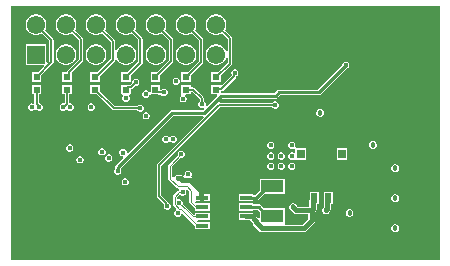
<source format=gbl>
G04*
G04 #@! TF.GenerationSoftware,Altium Limited,Altium Designer,22.10.1 (41)*
G04*
G04 Layer_Physical_Order=6*
G04 Layer_Color=16711680*
%FSLAX25Y25*%
%MOIN*%
G70*
G04*
G04 #@! TF.SameCoordinates,6EEB4584-1C63-4AE3-A79B-07B07B7A1057*
G04*
G04*
G04 #@! TF.FilePolarity,Positive*
G04*
G01*
G75*
%ADD11C,0.00600*%
%ADD20R,0.02362X0.02362*%
%ADD43C,0.01000*%
%ADD61C,0.01500*%
%ADD62C,0.00400*%
%ADD64C,0.06102*%
%ADD65R,0.06102X0.06102*%
%ADD66C,0.01800*%
%ADD67C,0.01600*%
%ADD69R,0.02362X0.03347*%
%ADD70R,0.02756X0.03150*%
%ADD71R,0.07480X0.04331*%
%ADD72R,0.03937X0.01575*%
%ADD73R,0.09252X0.12795*%
G36*
X667758Y131037D02*
X524816D01*
Y215694D01*
X667758D01*
Y131037D01*
D02*
G37*
%LPC*%
G36*
X593735Y212784D02*
X592826D01*
X591949Y212549D01*
X591162Y212094D01*
X590519Y211452D01*
X590065Y210665D01*
X589829Y209787D01*
Y208879D01*
X590065Y208001D01*
X590519Y207214D01*
X591162Y206571D01*
X591949Y206117D01*
X592826Y205882D01*
X593735D01*
X594613Y206117D01*
X595167Y206437D01*
X597079Y204525D01*
Y200423D01*
X596579Y200357D01*
X596497Y200665D01*
X596042Y201452D01*
X595400Y202095D01*
X594613Y202549D01*
X593735Y202784D01*
X592826D01*
X591949Y202549D01*
X591162Y202095D01*
X590519Y201452D01*
X590065Y200665D01*
X589829Y199787D01*
Y198879D01*
X590065Y198001D01*
X590519Y197214D01*
X591162Y196571D01*
X591949Y196117D01*
X592826Y195882D01*
X593735D01*
X594613Y196117D01*
X595400Y196571D01*
X596042Y197214D01*
X596497Y198001D01*
X596579Y198309D01*
X597079Y198243D01*
Y196675D01*
X593853Y193448D01*
X591700D01*
Y190286D01*
X594862D01*
Y192439D01*
X598298Y195875D01*
X598452Y196106D01*
X598507Y196379D01*
Y204821D01*
X598452Y205094D01*
X598298Y205325D01*
X596177Y207446D01*
X596497Y208001D01*
X596732Y208879D01*
Y209787D01*
X596497Y210665D01*
X596042Y211452D01*
X595400Y212094D01*
X594613Y212549D01*
X593735Y212784D01*
D02*
G37*
G36*
X533735D02*
X532826D01*
X531949Y212549D01*
X531162Y212094D01*
X530519Y211452D01*
X530065Y210665D01*
X529830Y209787D01*
Y208879D01*
X530065Y208001D01*
X530519Y207214D01*
X531162Y206571D01*
X531949Y206117D01*
X532826Y205882D01*
X533735D01*
X534613Y206117D01*
X535167Y206437D01*
X537654Y203950D01*
Y197084D01*
X537194Y196624D01*
X536732Y196815D01*
Y202784D01*
X529830D01*
Y195882D01*
X535799D01*
X535990Y195420D01*
X534018Y193448D01*
X531865D01*
Y190286D01*
X535028D01*
Y192439D01*
X538873Y196284D01*
X539027Y196515D01*
X539082Y196788D01*
Y204246D01*
X539027Y204519D01*
X538873Y204750D01*
X536177Y207446D01*
X536497Y208001D01*
X536732Y208879D01*
Y209787D01*
X536497Y210665D01*
X536042Y211452D01*
X535400Y212094D01*
X534613Y212549D01*
X533735Y212784D01*
D02*
G37*
G36*
X583735Y202784D02*
X582826D01*
X581949Y202549D01*
X581162Y202095D01*
X580519Y201452D01*
X580065Y200665D01*
X579830Y199787D01*
Y198879D01*
X580065Y198001D01*
X580519Y197214D01*
X581162Y196571D01*
X581949Y196117D01*
X582826Y195882D01*
X583735D01*
X584613Y196117D01*
X585400Y196571D01*
X586042Y197214D01*
X586497Y198001D01*
X586732Y198879D01*
Y199787D01*
X586497Y200665D01*
X586042Y201452D01*
X585400Y202095D01*
X584613Y202549D01*
X583735Y202784D01*
D02*
G37*
G36*
X573735D02*
X572826D01*
X571949Y202549D01*
X571162Y202095D01*
X570519Y201452D01*
X570065Y200665D01*
X569830Y199787D01*
Y198879D01*
X570065Y198001D01*
X570519Y197214D01*
X571162Y196571D01*
X571949Y196117D01*
X572826Y195882D01*
X573735D01*
X574613Y196117D01*
X575400Y196571D01*
X576042Y197214D01*
X576497Y198001D01*
X576732Y198879D01*
Y199787D01*
X576497Y200665D01*
X576042Y201452D01*
X575400Y202095D01*
X574613Y202549D01*
X573735Y202784D01*
D02*
G37*
G36*
X553735Y212784D02*
X552826D01*
X551949Y212549D01*
X551162Y212094D01*
X550519Y211452D01*
X550065Y210665D01*
X549829Y209787D01*
Y208879D01*
X550065Y208001D01*
X550519Y207214D01*
X551162Y206571D01*
X551949Y206117D01*
X552826Y205882D01*
X553735D01*
X554613Y206117D01*
X555167Y206437D01*
X558081Y203523D01*
Y197808D01*
X553721Y193448D01*
X551389D01*
Y190286D01*
X554552D01*
Y192260D01*
X559299Y197008D01*
X559454Y197239D01*
X559508Y197512D01*
Y198145D01*
X560008Y198211D01*
X560065Y198001D01*
X560519Y197214D01*
X561162Y196571D01*
X561949Y196117D01*
X562826Y195882D01*
X563735D01*
X564613Y196117D01*
X565400Y196571D01*
X566042Y197214D01*
X566497Y198001D01*
X566732Y198879D01*
Y199787D01*
X566497Y200665D01*
X566042Y201452D01*
X565400Y202095D01*
X564613Y202549D01*
X563735Y202784D01*
X562826D01*
X561949Y202549D01*
X561162Y202095D01*
X560519Y201452D01*
X560065Y200665D01*
X560008Y200455D01*
X559508Y200521D01*
Y203819D01*
X559454Y204092D01*
X559299Y204324D01*
X556177Y207446D01*
X556497Y208001D01*
X556732Y208879D01*
Y209787D01*
X556497Y210665D01*
X556042Y211452D01*
X555400Y212094D01*
X554613Y212549D01*
X553735Y212784D01*
D02*
G37*
G36*
Y202784D02*
X552826D01*
X551949Y202549D01*
X551162Y202095D01*
X550519Y201452D01*
X550065Y200665D01*
X549829Y199787D01*
Y198879D01*
X550065Y198001D01*
X550519Y197214D01*
X551162Y196571D01*
X551949Y196117D01*
X552826Y195882D01*
X553735D01*
X554613Y196117D01*
X555400Y196571D01*
X556042Y197214D01*
X556497Y198001D01*
X556732Y198879D01*
Y199787D01*
X556497Y200665D01*
X556042Y201452D01*
X555400Y202095D01*
X554613Y202549D01*
X553735Y202784D01*
D02*
G37*
G36*
X543735D02*
X542826D01*
X541949Y202549D01*
X541162Y202095D01*
X540519Y201452D01*
X540065Y200665D01*
X539829Y199787D01*
Y198879D01*
X540065Y198001D01*
X540519Y197214D01*
X541162Y196571D01*
X541949Y196117D01*
X542826Y195882D01*
X543735D01*
X544613Y196117D01*
X545400Y196571D01*
X546042Y197214D01*
X546497Y198001D01*
X546732Y198879D01*
Y199787D01*
X546497Y200665D01*
X546042Y201452D01*
X545400Y202095D01*
X544613Y202549D01*
X543735Y202784D01*
D02*
G37*
G36*
X583735Y212784D02*
X582826D01*
X581949Y212549D01*
X581162Y212094D01*
X580519Y211452D01*
X580065Y210665D01*
X579830Y209787D01*
Y208879D01*
X580065Y208001D01*
X580519Y207214D01*
X581162Y206571D01*
X581949Y206117D01*
X582826Y205882D01*
X583735D01*
X584613Y206117D01*
X585167Y206437D01*
X587607Y203997D01*
Y197306D01*
X583750Y193448D01*
X581700D01*
Y190286D01*
X584862D01*
Y192542D01*
X588826Y196505D01*
X588980Y196737D01*
X589035Y197010D01*
Y204293D01*
X588980Y204566D01*
X588826Y204797D01*
X586177Y207446D01*
X586497Y208001D01*
X586732Y208879D01*
Y209787D01*
X586497Y210665D01*
X586042Y211452D01*
X585400Y212094D01*
X584613Y212549D01*
X583735Y212784D01*
D02*
G37*
G36*
X573735D02*
X572826D01*
X571949Y212549D01*
X571162Y212094D01*
X570519Y211452D01*
X570065Y210665D01*
X569830Y209787D01*
Y208879D01*
X570065Y208001D01*
X570519Y207214D01*
X571162Y206571D01*
X571949Y206117D01*
X572826Y205882D01*
X573735D01*
X574613Y206117D01*
X575167Y206437D01*
X577627Y203977D01*
Y197509D01*
X573566Y193448D01*
X571413D01*
Y190286D01*
X574575D01*
Y192439D01*
X578846Y196709D01*
X579000Y196940D01*
X579055Y197214D01*
Y204273D01*
X579000Y204546D01*
X578846Y204777D01*
X576177Y207446D01*
X576497Y208001D01*
X576732Y208879D01*
Y209787D01*
X576497Y210665D01*
X576042Y211452D01*
X575400Y212094D01*
X574613Y212549D01*
X573735Y212784D01*
D02*
G37*
G36*
X563735D02*
X562826D01*
X561949Y212549D01*
X561162Y212094D01*
X560519Y211452D01*
X560065Y210665D01*
X559830Y209787D01*
Y208879D01*
X560065Y208001D01*
X560519Y207214D01*
X561162Y206571D01*
X561949Y206117D01*
X562826Y205882D01*
X563735D01*
X564613Y206117D01*
X565167Y206437D01*
X567327Y204277D01*
Y197044D01*
X563731Y193448D01*
X561578D01*
Y190286D01*
X564741D01*
Y192439D01*
X568285Y195983D01*
X568314Y195989D01*
X568545Y196144D01*
X568700Y196375D01*
X568754Y196648D01*
Y204573D01*
X568700Y204846D01*
X568545Y205078D01*
X566177Y207446D01*
X566497Y208001D01*
X566732Y208879D01*
Y209787D01*
X566497Y210665D01*
X566042Y211452D01*
X565400Y212094D01*
X564613Y212549D01*
X563735Y212784D01*
D02*
G37*
G36*
X543735D02*
X542826D01*
X541949Y212549D01*
X541162Y212094D01*
X540519Y211452D01*
X540065Y210665D01*
X539829Y209787D01*
Y208879D01*
X540065Y208001D01*
X540519Y207214D01*
X541162Y206571D01*
X541949Y206117D01*
X542826Y205882D01*
X543735D01*
X544613Y206117D01*
X545167Y206437D01*
X547416Y204188D01*
Y197744D01*
X543707Y194035D01*
X543552Y193803D01*
X543498Y193530D01*
Y193448D01*
X541912D01*
Y190286D01*
X545075D01*
Y193384D01*
X548634Y196943D01*
X548789Y197175D01*
X548843Y197448D01*
Y204484D01*
X548789Y204757D01*
X548634Y204989D01*
X546177Y207446D01*
X546497Y208001D01*
X546732Y208879D01*
Y209787D01*
X546497Y210665D01*
X546042Y211452D01*
X545400Y212094D01*
X544613Y212549D01*
X543735Y212784D01*
D02*
G37*
G36*
X580181Y191689D02*
X579703D01*
X579262Y191507D01*
X578925Y191169D01*
X578742Y190728D01*
Y190251D01*
X578925Y189810D01*
X579262Y189472D01*
X579703Y189289D01*
X580181D01*
X580622Y189472D01*
X580959Y189810D01*
X581142Y190251D01*
Y190728D01*
X580959Y191169D01*
X580622Y191507D01*
X580181Y191689D01*
D02*
G37*
G36*
X574575Y189314D02*
X571413D01*
Y186916D01*
X570913Y186816D01*
X570870Y186920D01*
X570533Y187257D01*
X570092Y187440D01*
X569614D01*
X569173Y187257D01*
X568836Y186920D01*
X568653Y186478D01*
Y186001D01*
X568836Y185560D01*
X569173Y185223D01*
X569614Y185040D01*
X570092D01*
X570533Y185223D01*
X570870Y185560D01*
X571014Y185908D01*
X571297Y186081D01*
X571515Y186152D01*
X573806D01*
X573875Y186138D01*
X573906D01*
X573954Y186107D01*
X574227Y186052D01*
X574969D01*
X575272Y185749D01*
X575713Y185566D01*
X576191D01*
X576632Y185749D01*
X576969Y186086D01*
X577152Y186527D01*
Y187004D01*
X576969Y187446D01*
X576632Y187783D01*
X576191Y187966D01*
X575713D01*
X575272Y187783D01*
X575075Y187586D01*
X574575Y187737D01*
Y189314D01*
D02*
G37*
G36*
X636692Y197029D02*
X636215D01*
X635774Y196847D01*
X635436Y196509D01*
X635253Y196068D01*
Y195927D01*
X627058Y187732D01*
X614326D01*
X613975Y187662D01*
X613677Y187463D01*
X612797Y186583D01*
X594930D01*
X594862Y186639D01*
Y187136D01*
X595010D01*
X595283Y187190D01*
X595515Y187345D01*
X599803Y191633D01*
X599957Y191864D01*
X600012Y192137D01*
Y192313D01*
X600169Y192378D01*
X600507Y192716D01*
X600689Y193157D01*
Y193634D01*
X600507Y194075D01*
X600169Y194413D01*
X599728Y194595D01*
X599251D01*
X598810Y194413D01*
X598472Y194075D01*
X598289Y193634D01*
Y193157D01*
X598472Y192716D01*
X598351Y192200D01*
X595289Y189137D01*
X594862Y189314D01*
Y189314D01*
X591700D01*
Y186152D01*
X593466D01*
X593657Y185690D01*
X590096Y182129D01*
X589672Y182412D01*
X589766Y182640D01*
Y183117D01*
X589584Y183558D01*
X589280Y183862D01*
Y184799D01*
X589226Y185072D01*
X589071Y185304D01*
X586133Y188242D01*
X585901Y188397D01*
X585628Y188451D01*
X584862D01*
Y189314D01*
X581700D01*
Y186254D01*
X581700Y186152D01*
X581693Y186111D01*
X581626Y185682D01*
X581289Y185345D01*
X581106Y184904D01*
Y184426D01*
X581289Y183985D01*
X581626Y183648D01*
X582067Y183465D01*
X582545D01*
X582986Y183648D01*
X583323Y183985D01*
X583506Y184426D01*
Y184904D01*
X583323Y185345D01*
X583016Y185652D01*
X583029Y185800D01*
X583159Y186152D01*
X584862D01*
Y186953D01*
X585362Y186995D01*
X587853Y184504D01*
Y183862D01*
X587549Y183558D01*
X587366Y183117D01*
Y182640D01*
X587549Y182199D01*
X587887Y181861D01*
X588328Y181678D01*
X588805D01*
X589033Y181773D01*
X589316Y181349D01*
X588885Y180918D01*
X578570D01*
X578219Y180848D01*
X577921Y180649D01*
X563954Y166682D01*
X563454Y166889D01*
Y166980D01*
X563272Y167421D01*
X562934Y167758D01*
X562493Y167941D01*
X562015D01*
X561574Y167758D01*
X561237Y167421D01*
X561054Y166980D01*
Y166502D01*
X561237Y166061D01*
X561574Y165724D01*
X562015Y165541D01*
X562106D01*
X562313Y165041D01*
X559851Y162579D01*
X559652Y162282D01*
X559582Y161930D01*
Y161279D01*
X559483Y161180D01*
X559300Y160739D01*
Y160261D01*
X559483Y159820D01*
X559820Y159483D01*
X560261Y159300D01*
X560739D01*
X561180Y159483D01*
X561517Y159820D01*
X561700Y160261D01*
Y160739D01*
X561517Y161180D01*
X561580Y161712D01*
X578950Y179082D01*
X589054D01*
X589261Y178582D01*
X573629Y162950D01*
X573474Y162718D01*
X573420Y162445D01*
Y152175D01*
X573474Y151902D01*
X573629Y151670D01*
X575742Y149557D01*
X575782Y149355D01*
X575876Y149214D01*
X575802Y149035D01*
Y148558D01*
X575985Y148117D01*
X576323Y147779D01*
X576764Y147596D01*
X577241D01*
X577682Y147779D01*
X578020Y148117D01*
X578202Y148558D01*
Y149035D01*
X578020Y149476D01*
X577682Y149814D01*
X577241Y149996D01*
X577130D01*
X577101Y150140D01*
X576946Y150372D01*
X574848Y152471D01*
Y162150D01*
X594593Y181895D01*
X612027D01*
X612331Y181592D01*
X612772Y181409D01*
X613249D01*
X613690Y181592D01*
X614028Y181929D01*
X614210Y182370D01*
Y182848D01*
X614028Y183289D01*
X613690Y183626D01*
X613249Y183809D01*
X612772D01*
X612331Y183626D01*
X612027Y183323D01*
X594592D01*
X594385Y183823D01*
X595310Y184748D01*
X613177D01*
X613528Y184817D01*
X613826Y185016D01*
X614706Y185897D01*
X627438D01*
X627789Y185967D01*
X628087Y186165D01*
X636551Y194629D01*
X636692D01*
X637133Y194812D01*
X637471Y195150D01*
X637653Y195591D01*
Y196068D01*
X637471Y196509D01*
X637133Y196847D01*
X636692Y197029D01*
D02*
G37*
G36*
X566768Y191351D02*
X566291D01*
X565850Y191168D01*
X565512Y190830D01*
X565330Y190389D01*
Y189960D01*
X564684Y189314D01*
X561578D01*
Y186152D01*
X562071D01*
X562279Y185652D01*
X562224Y185598D01*
X562041Y185157D01*
Y184679D01*
X562224Y184238D01*
X562562Y183900D01*
X563003Y183718D01*
X563480D01*
X563921Y183900D01*
X564259Y184238D01*
X564441Y184679D01*
Y185157D01*
X564259Y185598D01*
X564204Y185652D01*
X564411Y186152D01*
X564741D01*
Y187761D01*
X564853D01*
X565126Y187815D01*
X565358Y187970D01*
X566339Y188951D01*
X566768D01*
X567209Y189133D01*
X567547Y189471D01*
X567730Y189912D01*
Y190389D01*
X567547Y190830D01*
X567209Y191168D01*
X566768Y191351D01*
D02*
G37*
G36*
X535028Y189314D02*
X531865D01*
Y186152D01*
X532733D01*
Y183360D01*
X532233Y183047D01*
X532063Y183117D01*
X531586D01*
X531145Y182935D01*
X530807Y182597D01*
X530625Y182156D01*
Y181679D01*
X530807Y181238D01*
X531145Y180900D01*
X531586Y180717D01*
X532063D01*
X532504Y180900D01*
X532842Y181237D01*
X533349D01*
X533687Y180900D01*
X534128Y180717D01*
X534605D01*
X535046Y180900D01*
X535384Y181238D01*
X535567Y181679D01*
Y182156D01*
X535384Y182597D01*
X535046Y182935D01*
X534605Y183117D01*
X534176D01*
X534160Y183133D01*
Y186152D01*
X535028D01*
Y189314D01*
D02*
G37*
G36*
X551856Y183117D02*
X551379D01*
X550938Y182935D01*
X550600Y182597D01*
X550418Y182156D01*
Y181679D01*
X550600Y181238D01*
X550938Y180900D01*
X551379Y180717D01*
X551856D01*
X552297Y180900D01*
X552635Y181238D01*
X552817Y181679D01*
Y182156D01*
X552635Y182597D01*
X552297Y182935D01*
X551856Y183117D01*
D02*
G37*
G36*
X545075Y189314D02*
X541912D01*
Y186152D01*
X542780D01*
Y183544D01*
X542514Y183117D01*
X542037D01*
X541596Y182935D01*
X541258Y182597D01*
X541076Y182156D01*
Y181679D01*
X541258Y181238D01*
X541596Y180900D01*
X542037Y180717D01*
X542514D01*
X542955Y180900D01*
X543126Y181071D01*
X543445Y181184D01*
X543765Y181071D01*
X543936Y180900D01*
X544377Y180717D01*
X544854D01*
X545295Y180900D01*
X545633Y181238D01*
X545815Y181679D01*
Y182156D01*
X545633Y182597D01*
X545295Y182935D01*
X544854Y183117D01*
X544377D01*
X544207Y183230D01*
Y186152D01*
X545075D01*
Y189314D01*
D02*
G37*
G36*
X554552D02*
X551389D01*
Y186152D01*
X553542D01*
X558699Y180995D01*
X558930Y180841D01*
X559204Y180786D01*
X567017D01*
X567320Y180483D01*
X567761Y180300D01*
X568239D01*
X568680Y180483D01*
X569017Y180820D01*
X569200Y181261D01*
Y181739D01*
X569017Y182180D01*
X568680Y182517D01*
X568239Y182700D01*
X567761D01*
X567320Y182517D01*
X567017Y182214D01*
X559499D01*
X554552Y187161D01*
Y189314D01*
D02*
G37*
G36*
X628259Y181300D02*
X627741D01*
X627264Y181102D01*
X626898Y180736D01*
X626700Y180259D01*
Y179741D01*
X626898Y179264D01*
X627264Y178898D01*
X627741Y178700D01*
X628259D01*
X628736Y178898D01*
X629102Y179264D01*
X629300Y179741D01*
Y180259D01*
X629102Y180736D01*
X628736Y181102D01*
X628259Y181300D01*
D02*
G37*
G36*
X570239Y180200D02*
X569761D01*
X569320Y180017D01*
X568983Y179680D01*
X568800Y179239D01*
Y178761D01*
X568983Y178320D01*
X569320Y177983D01*
X569761Y177800D01*
X570239D01*
X570680Y177983D01*
X571017Y178320D01*
X571200Y178761D01*
Y179239D01*
X571017Y179680D01*
X570680Y180017D01*
X570239Y180200D01*
D02*
G37*
G36*
X579249Y172309D02*
X578772D01*
X578331Y172126D01*
X578047Y171842D01*
X577760Y171813D01*
X577474Y171842D01*
X577190Y172126D01*
X576749Y172309D01*
X576272D01*
X575831Y172126D01*
X575493Y171789D01*
X575310Y171348D01*
Y170870D01*
X575493Y170429D01*
X575831Y170092D01*
X576272Y169909D01*
X576749D01*
X577190Y170092D01*
X577474Y170376D01*
X577760Y170405D01*
X578047Y170376D01*
X578331Y170092D01*
X578772Y169909D01*
X579249D01*
X579690Y170092D01*
X580028Y170429D01*
X580210Y170870D01*
Y171348D01*
X580028Y171789D01*
X579690Y172126D01*
X579249Y172309D01*
D02*
G37*
G36*
X645760Y170629D02*
X645243D01*
X644765Y170431D01*
X644399Y170066D01*
X644202Y169588D01*
Y169071D01*
X644399Y168593D01*
X644765Y168227D01*
X645243Y168029D01*
X645760D01*
X646238Y168227D01*
X646604Y168593D01*
X646802Y169071D01*
Y169588D01*
X646604Y170066D01*
X646238Y170431D01*
X645760Y170629D01*
D02*
G37*
G36*
X611749Y170309D02*
X611272D01*
X610831Y170126D01*
X610493Y169789D01*
X610310Y169348D01*
Y168870D01*
X610493Y168429D01*
X610831Y168092D01*
X611272Y167909D01*
X611749D01*
X612190Y168092D01*
X612528Y168429D01*
X612710Y168870D01*
Y169348D01*
X612528Y169789D01*
X612190Y170126D01*
X611749Y170309D01*
D02*
G37*
G36*
X544671Y169475D02*
X544194D01*
X543753Y169292D01*
X543415Y168954D01*
X543233Y168513D01*
Y168036D01*
X543415Y167595D01*
X543753Y167257D01*
X544194Y167075D01*
X544671D01*
X545113Y167257D01*
X545450Y167595D01*
X545633Y168036D01*
Y168513D01*
X545450Y168954D01*
X545113Y169292D01*
X544671Y169475D01*
D02*
G37*
G36*
X618749Y170309D02*
X618272D01*
X617831Y170126D01*
X617493Y169789D01*
X617310Y169348D01*
Y168870D01*
X617493Y168429D01*
X617831Y168092D01*
X618272Y167909D01*
X618749D01*
X619190Y168092D01*
X619195Y168096D01*
X619695Y167889D01*
Y166829D01*
X619195Y166622D01*
X619190Y166626D01*
X618749Y166809D01*
X618272D01*
X617831Y166626D01*
X617493Y166289D01*
X617310Y165848D01*
Y165370D01*
X617493Y164929D01*
X617831Y164592D01*
X618272Y164409D01*
X618749D01*
X619190Y164592D01*
X619195Y164596D01*
X619695Y164400D01*
Y164400D01*
X623250D01*
Y168350D01*
X620036D01*
X619702Y168850D01*
X619710Y168870D01*
Y169348D01*
X619528Y169789D01*
X619190Y170126D01*
X618749Y170309D01*
D02*
G37*
G36*
X555456Y168188D02*
X554979D01*
X554538Y168006D01*
X554201Y167668D01*
X554018Y167227D01*
Y166750D01*
X554201Y166308D01*
X554538Y165971D01*
X554979Y165788D01*
X555456D01*
X555898Y165971D01*
X556235Y166308D01*
X556418Y166750D01*
Y167227D01*
X556235Y167668D01*
X555898Y168006D01*
X555456Y168188D01*
D02*
G37*
G36*
X581926Y167304D02*
X581449D01*
X581008Y167122D01*
X580670Y166784D01*
X580488Y166343D01*
Y165866D01*
X580500Y165835D01*
X577541Y162876D01*
X577351Y162417D01*
Y158000D01*
X577541Y157541D01*
X580041Y155041D01*
X580500Y154851D01*
X580733D01*
X581068Y154352D01*
X581009Y154158D01*
X580550Y153968D01*
X579041Y152459D01*
X578851Y152000D01*
Y149439D01*
X579041Y148980D01*
X579924Y148097D01*
X579831Y147626D01*
X579493Y147289D01*
X579310Y146848D01*
Y146370D01*
X579493Y145929D01*
X579831Y145592D01*
X580272Y145409D01*
X580749D01*
X581190Y145592D01*
X581528Y145929D01*
X581650Y146224D01*
X582064Y146371D01*
X582210Y146371D01*
X586178Y142404D01*
X586348Y142333D01*
Y141088D01*
X591085D01*
Y143463D01*
X588248D01*
X588129Y143512D01*
X587109D01*
X586938Y143738D01*
X587186Y144238D01*
X591085D01*
Y146613D01*
X586348D01*
Y146075D01*
X585763D01*
X583959Y147879D01*
X583959Y147879D01*
X582198Y149640D01*
X582210Y149670D01*
Y150148D01*
X582028Y150589D01*
X581690Y150926D01*
X581249Y151109D01*
X580772D01*
X580717Y151086D01*
X580294Y151356D01*
X580260Y151841D01*
X581179Y152761D01*
X581448Y152492D01*
X581889Y152309D01*
X582366D01*
X582807Y152492D01*
X583145Y152829D01*
X583327Y153270D01*
Y153748D01*
X583255Y153921D01*
X583499Y154466D01*
X583522Y154484D01*
X583585Y154497D01*
X584351Y153731D01*
Y150323D01*
X584541Y149864D01*
X585923Y148481D01*
X586348Y148305D01*
Y147387D01*
X591085D01*
Y149762D01*
X586479D01*
X586306Y149935D01*
X586303Y150082D01*
X586738Y150537D01*
X586822Y150537D01*
X591085D01*
Y152912D01*
X589289D01*
Y153883D01*
X589200Y154332D01*
X588946Y154712D01*
X585281Y158377D01*
X585279Y158379D01*
X585017Y158820D01*
X585200Y159261D01*
Y159739D01*
X585017Y160180D01*
X584680Y160517D01*
X584239Y160700D01*
X583761D01*
X583320Y160517D01*
X582983Y160180D01*
X582800Y159739D01*
Y159261D01*
X582352Y159037D01*
X582082Y159024D01*
X581859Y159173D01*
X581410Y159262D01*
X580862D01*
X580749Y159309D01*
X580272D01*
X579831Y159126D01*
X579493Y158789D01*
X579432Y158642D01*
X578848Y158445D01*
X578649Y158583D01*
Y162148D01*
X581419Y164917D01*
X581449Y164904D01*
X581926D01*
X582367Y165087D01*
X582705Y165425D01*
X582888Y165866D01*
Y166343D01*
X582705Y166784D01*
X582367Y167122D01*
X581926Y167304D01*
D02*
G37*
G36*
X615249Y166809D02*
X614772D01*
X614331Y166626D01*
X613993Y166289D01*
X613810Y165848D01*
Y165370D01*
X613993Y164929D01*
X614331Y164592D01*
X614772Y164409D01*
X615249D01*
X615690Y164592D01*
X616028Y164929D01*
X616210Y165370D01*
Y165848D01*
X616028Y166289D01*
X615690Y166626D01*
X615249Y166809D01*
D02*
G37*
G36*
X611749D02*
X611272D01*
X610831Y166626D01*
X610493Y166289D01*
X610310Y165848D01*
Y165370D01*
X610493Y164929D01*
X610831Y164592D01*
X611272Y164409D01*
X611749D01*
X612190Y164592D01*
X612528Y164929D01*
X612710Y165370D01*
Y165848D01*
X612528Y166289D01*
X612190Y166626D01*
X611749Y166809D01*
D02*
G37*
G36*
X637030Y168350D02*
X633474D01*
Y164400D01*
X637030D01*
Y168350D01*
D02*
G37*
G36*
X557670Y166103D02*
X557193D01*
X556752Y165920D01*
X556414Y165582D01*
X556231Y165141D01*
Y164664D01*
X556414Y164223D01*
X556752Y163885D01*
X557193Y163703D01*
X557670D01*
X558111Y163885D01*
X558449Y164223D01*
X558632Y164664D01*
Y165141D01*
X558449Y165582D01*
X558111Y165920D01*
X557670Y166103D01*
D02*
G37*
G36*
X548144Y165567D02*
X547667D01*
X547226Y165384D01*
X546888Y165046D01*
X546706Y164605D01*
Y164128D01*
X546888Y163687D01*
X547226Y163349D01*
X547667Y163166D01*
X548144D01*
X548585Y163349D01*
X548923Y163687D01*
X549106Y164128D01*
Y164605D01*
X548923Y165046D01*
X548585Y165384D01*
X548144Y165567D01*
D02*
G37*
G36*
X618749Y163309D02*
X618272D01*
X617831Y163126D01*
X617493Y162789D01*
X617310Y162348D01*
Y161870D01*
X617493Y161429D01*
X617831Y161092D01*
X618272Y160909D01*
X618749D01*
X619190Y161092D01*
X619528Y161429D01*
X619710Y161870D01*
Y162348D01*
X619528Y162789D01*
X619190Y163126D01*
X618749Y163309D01*
D02*
G37*
G36*
X615249D02*
X614772D01*
X614331Y163126D01*
X613993Y162789D01*
X613810Y162348D01*
Y161870D01*
X613993Y161429D01*
X614331Y161092D01*
X614772Y160909D01*
X615249D01*
X615690Y161092D01*
X616028Y161429D01*
X616210Y161870D01*
Y162348D01*
X616028Y162789D01*
X615690Y163126D01*
X615249Y163309D01*
D02*
G37*
G36*
X611749D02*
X611272D01*
X610831Y163126D01*
X610493Y162789D01*
X610310Y162348D01*
Y161870D01*
X610493Y161429D01*
X610831Y161092D01*
X611272Y160909D01*
X611749D01*
X612190Y161092D01*
X612528Y161429D01*
X612710Y161870D01*
Y162348D01*
X612528Y162789D01*
X612190Y163126D01*
X611749Y163309D01*
D02*
G37*
G36*
X653259Y162800D02*
X652741D01*
X652264Y162602D01*
X651898Y162236D01*
X651700Y161759D01*
Y161241D01*
X651898Y160764D01*
X652264Y160398D01*
X652741Y160200D01*
X653259D01*
X653736Y160398D01*
X654102Y160764D01*
X654300Y161241D01*
Y161759D01*
X654102Y162236D01*
X653736Y162602D01*
X653259Y162800D01*
D02*
G37*
G36*
X563239Y158160D02*
X562761D01*
X562320Y157977D01*
X561983Y157640D01*
X561800Y157199D01*
Y156721D01*
X561983Y156280D01*
X562320Y155943D01*
X562761Y155760D01*
X563239D01*
X563680Y155943D01*
X564017Y156280D01*
X564200Y156721D01*
Y157199D01*
X564017Y157640D01*
X563680Y157977D01*
X563239Y158160D01*
D02*
G37*
G36*
X616140Y157987D02*
X607860D01*
Y154154D01*
X606348Y152642D01*
X605652D01*
Y152912D01*
X600915D01*
Y150537D01*
X605652D01*
Y150807D01*
X606728D01*
X607080Y150877D01*
X607377Y151075D01*
X609158Y152856D01*
X616140D01*
Y157987D01*
D02*
G37*
G36*
X653259Y152800D02*
X652741D01*
X652264Y152602D01*
X651898Y152236D01*
X651700Y151759D01*
Y151241D01*
X651898Y150764D01*
X652264Y150398D01*
X652741Y150200D01*
X653259D01*
X653736Y150398D01*
X654102Y150764D01*
X654300Y151241D01*
Y151759D01*
X654102Y152236D01*
X653736Y152602D01*
X653259Y152800D01*
D02*
G37*
G36*
X627581Y153586D02*
X624419D01*
Y151195D01*
X624397Y151082D01*
Y148644D01*
X620514D01*
X620230Y148929D01*
X620102Y149236D01*
X619736Y149602D01*
X619259Y149800D01*
X618741D01*
X618264Y149602D01*
X617898Y149236D01*
X617700Y148759D01*
Y148241D01*
X617898Y147764D01*
X618264Y147398D01*
X618571Y147270D01*
X619200Y146642D01*
X619580Y146388D01*
X620029Y146299D01*
X623976D01*
Y144634D01*
X622014Y142673D01*
X616499D01*
X616140Y143013D01*
Y148144D01*
X609158D01*
X608078Y149224D01*
X607780Y149423D01*
X607429Y149492D01*
X605652D01*
Y149762D01*
X600915D01*
Y147387D01*
X605652D01*
Y147657D01*
X607049D01*
X607860Y146846D01*
Y144935D01*
X607360Y144783D01*
X607329Y144829D01*
X605904Y146254D01*
X605652Y146423D01*
Y146613D01*
X600915D01*
Y144238D01*
X604604D01*
X605328Y143514D01*
Y143500D01*
X605417Y143051D01*
X605671Y142671D01*
X607671Y140671D01*
X608051Y140417D01*
X608500Y140328D01*
X622500D01*
X622949Y140417D01*
X623329Y140671D01*
X625977Y143319D01*
X626231Y143700D01*
X626321Y144148D01*
Y146905D01*
X626448Y147213D01*
Y147219D01*
X626652Y147524D01*
X626742Y147973D01*
Y149440D01*
X627581D01*
Y153586D01*
D02*
G37*
G36*
X632306D02*
X629143D01*
Y151195D01*
X629121Y151082D01*
Y148558D01*
X628770Y148207D01*
X628573Y147730D01*
Y147213D01*
X628770Y146735D01*
X629136Y146369D01*
X629614Y146171D01*
X630131D01*
X630609Y146369D01*
X630975Y146735D01*
X631173Y147213D01*
Y147219D01*
X631377Y147524D01*
X631466Y147973D01*
Y149440D01*
X632306D01*
Y153586D01*
D02*
G37*
G36*
X638022Y147908D02*
X637505D01*
X637027Y147710D01*
X636661Y147344D01*
X636463Y146867D01*
Y146349D01*
X636661Y145872D01*
X637027Y145506D01*
X637505Y145308D01*
X638022D01*
X638500Y145506D01*
X638866Y145872D01*
X639063Y146349D01*
Y146867D01*
X638866Y147344D01*
X638500Y147710D01*
X638022Y147908D01*
D02*
G37*
G36*
X653259Y142800D02*
X652741D01*
X652264Y142602D01*
X651898Y142236D01*
X651700Y141759D01*
Y141241D01*
X651898Y140764D01*
X652264Y140398D01*
X652741Y140200D01*
X653259D01*
X653736Y140398D01*
X654102Y140764D01*
X654300Y141241D01*
Y141759D01*
X654102Y142236D01*
X653736Y142602D01*
X653259Y142800D01*
D02*
G37*
%LPD*%
D11*
X593281Y209333D02*
X597793Y204821D01*
X593281Y191867D02*
X597793Y196379D01*
Y204821D01*
X593281Y187733D02*
X593397Y187850D01*
X595010D02*
X599298Y192137D01*
Y193204D01*
X593397Y187850D02*
X595010D01*
X599298Y193204D02*
X599489Y193395D01*
X583281Y191867D02*
X584162Y192748D01*
X588321Y197010D02*
Y204293D01*
X584162Y192851D02*
X588321Y197010D01*
X584162Y192748D02*
Y192851D01*
X583281Y209333D02*
X588321Y204293D01*
X588566Y182878D02*
Y184799D01*
X585628Y187738D02*
X588566Y184799D01*
X583547Y187738D02*
X585628D01*
X533446Y182837D02*
Y187733D01*
Y182837D02*
X534367Y181917D01*
X594297Y182609D02*
X613010D01*
X574134Y152175D02*
Y162445D01*
X594297Y182609D01*
X542500Y182000D02*
X543493Y182993D01*
Y187733D01*
X543281Y209333D02*
X548130Y204484D01*
X553281Y209333D02*
X558795Y203819D01*
X573281Y209333D02*
X578341Y204273D01*
X533281Y209333D02*
X538368Y204246D01*
X563281Y209333D02*
X568041Y204573D01*
Y196648D02*
Y204573D01*
X567941Y196648D02*
X568041D01*
X563160Y191867D02*
X567941Y196648D01*
X533446Y191867D02*
X538368Y196788D01*
Y204246D01*
X578341Y197214D02*
Y204273D01*
X572994Y191867D02*
X578341Y197214D01*
X558795Y197512D02*
Y203819D01*
X553110Y191828D02*
X558795Y197512D01*
X543493Y191638D02*
X543603Y191529D01*
X544212Y192138D01*
Y193530D01*
X548130Y197448D01*
Y204484D01*
X563901Y188474D02*
X564853D01*
X566530Y190151D01*
X563160Y187733D02*
X563901Y188474D01*
X572994Y187733D02*
X573875Y186852D01*
X574141D01*
X574227Y186766D01*
X575952D01*
X552971Y187733D02*
X559204Y181500D01*
X568000D01*
X577002Y148796D02*
Y149067D01*
X576442Y149628D02*
Y149867D01*
X574134Y152175D02*
X576442Y149867D01*
Y149628D02*
X577002Y149067D01*
D20*
X533446Y187733D02*
D03*
Y191867D02*
D03*
X572994Y187733D02*
D03*
Y191867D02*
D03*
X563160Y187733D02*
D03*
Y191867D02*
D03*
X552971Y187733D02*
D03*
Y191867D02*
D03*
X593281Y187733D02*
D03*
Y191867D02*
D03*
X583281Y187733D02*
D03*
Y191867D02*
D03*
X543493Y187733D02*
D03*
Y191867D02*
D03*
D43*
X594930Y185665D02*
X613177D01*
X614326Y186814D02*
X627438D01*
X613177Y185665D02*
X614326Y186814D01*
X627438D02*
X636453Y195829D01*
X589265Y180000D02*
X594930Y185665D01*
X578570Y180000D02*
X589265D01*
X560500Y160500D02*
Y161930D01*
X578570Y180000D01*
X607429Y148575D02*
X610002Y146002D01*
X603284Y148575D02*
X607429D01*
X606728Y151724D02*
X610252Y155248D01*
X603284Y151724D02*
X606728D01*
D61*
X629873Y147471D02*
Y147552D01*
X630293Y147973D01*
Y151082D01*
X630724Y151513D01*
X625148Y147471D02*
Y147552D01*
X625569Y147973D01*
Y151082D01*
X626000Y151513D01*
X603284Y142276D02*
X603463D01*
X603500Y139581D02*
Y142238D01*
X603463Y142276D02*
X603500Y142238D01*
X580510Y158109D02*
X580529Y158090D01*
X581410D02*
X581950Y157550D01*
X580529Y158090D02*
X581410D01*
X581950Y157550D02*
X584450D01*
X588117Y153883D01*
Y151762D02*
X588154Y151724D01*
X588717D01*
X588117Y151762D02*
Y153883D01*
X603284Y145425D02*
X605075D01*
X606500Y144000D01*
Y143500D02*
Y144000D01*
Y143500D02*
X608500Y141500D01*
X622500D01*
X625148Y144148D01*
Y147471D01*
X619000Y148500D02*
X620029Y147471D01*
X625148D01*
D62*
X578000Y158000D02*
Y162417D01*
X581688Y166104D01*
X588351Y148941D02*
X588717Y148575D01*
X585000Y150323D02*
X586382Y148941D01*
X585000Y150323D02*
Y154000D01*
X586382Y148941D02*
X588351D01*
X583500Y155500D02*
X585000Y154000D01*
X580500Y155500D02*
X583500D01*
X578000Y158000D02*
X580500Y155500D01*
X586637Y142863D02*
X588129D01*
X588717Y142276D01*
X581491Y148009D02*
X586637Y142863D01*
X580931Y148009D02*
X581491D01*
X579500Y149439D02*
X580931Y148009D01*
X579500Y149439D02*
Y152000D01*
X581009Y153509D01*
X582128D01*
X585494Y145425D02*
X588717D01*
X583500Y147419D02*
X585494Y145425D01*
X581010Y149909D02*
X583500Y147419D01*
D64*
X563281Y209333D02*
D03*
Y199333D02*
D03*
X543281D02*
D03*
X553281D02*
D03*
X533281Y209333D02*
D03*
X543281D02*
D03*
X553281D02*
D03*
X573281Y199333D02*
D03*
Y209333D02*
D03*
X593281D02*
D03*
X583281D02*
D03*
X593281Y199333D02*
D03*
X583281D02*
D03*
D65*
X533281D02*
D03*
D66*
X637763Y146608D02*
D03*
X653000Y151500D02*
D03*
X645502Y169329D02*
D03*
X660000Y208000D02*
D03*
X656000Y200000D02*
D03*
X660000Y192000D02*
D03*
X656000Y184000D02*
D03*
X660000Y176000D02*
D03*
X656000Y168000D02*
D03*
Y136000D02*
D03*
X652000Y208000D02*
D03*
X648000Y200000D02*
D03*
X652000Y192000D02*
D03*
X648000Y184000D02*
D03*
X652000Y176000D02*
D03*
X648000Y168000D02*
D03*
Y136000D02*
D03*
X644000Y208000D02*
D03*
X640000Y200000D02*
D03*
X644000Y192000D02*
D03*
Y176000D02*
D03*
X640000Y136000D02*
D03*
X636000Y208000D02*
D03*
X632000Y200000D02*
D03*
X636000Y192000D02*
D03*
Y144000D02*
D03*
X632000Y136000D02*
D03*
X628000Y208000D02*
D03*
X624000Y200000D02*
D03*
X628000Y192000D02*
D03*
Y144000D02*
D03*
X624000Y136000D02*
D03*
X620000Y208000D02*
D03*
X616000Y200000D02*
D03*
Y184000D02*
D03*
Y136000D02*
D03*
X612000Y208000D02*
D03*
X608000Y200000D02*
D03*
X612000Y192000D02*
D03*
Y176000D02*
D03*
X604000Y208000D02*
D03*
Y176000D02*
D03*
X596000D02*
D03*
X592000Y136000D02*
D03*
X588000Y208000D02*
D03*
X584000Y136000D02*
D03*
X560000Y184000D02*
D03*
Y136000D02*
D03*
X556000Y192000D02*
D03*
X548000Y208000D02*
D03*
Y192000D02*
D03*
X544000Y152000D02*
D03*
X548000Y144000D02*
D03*
X544000Y136000D02*
D03*
X540000Y192000D02*
D03*
Y176000D02*
D03*
X536000Y168000D02*
D03*
Y152000D02*
D03*
X540000Y144000D02*
D03*
X536000Y136000D02*
D03*
X528000Y200000D02*
D03*
Y184000D02*
D03*
Y168000D02*
D03*
X532000Y160000D02*
D03*
X528000Y152000D02*
D03*
X532000Y144000D02*
D03*
X528000Y136000D02*
D03*
X653000Y141500D02*
D03*
Y161500D02*
D03*
X629873Y147471D02*
D03*
X625148D02*
D03*
X619000Y148500D02*
D03*
X628000Y180000D02*
D03*
D67*
X618510Y165609D02*
D03*
Y169109D02*
D03*
X551617Y181917D02*
D03*
X534367D02*
D03*
X531825D02*
D03*
X542276D02*
D03*
X582306Y184665D02*
D03*
X566530Y190151D02*
D03*
X579942Y190489D02*
D03*
X563241Y184918D02*
D03*
X569853Y186240D02*
D03*
X575952Y186766D02*
D03*
X599489Y193395D02*
D03*
X544615Y181917D02*
D03*
X571355Y181171D02*
D03*
X560957Y157687D02*
D03*
X575702Y133000D02*
D03*
Y141000D02*
D03*
Y135000D02*
D03*
Y137000D02*
D03*
Y139000D02*
D03*
Y143000D02*
D03*
Y145000D02*
D03*
Y147000D02*
D03*
X577702Y146000D02*
D03*
Y142000D02*
D03*
Y136000D02*
D03*
Y138000D02*
D03*
Y140000D02*
D03*
Y144000D02*
D03*
Y134000D02*
D03*
X565298Y134159D02*
D03*
Y144159D02*
D03*
Y140159D02*
D03*
Y138159D02*
D03*
Y136159D02*
D03*
Y142159D02*
D03*
Y148159D02*
D03*
Y146159D02*
D03*
X577002Y148796D02*
D03*
X567298Y137159D02*
D03*
Y139159D02*
D03*
Y141159D02*
D03*
Y143159D02*
D03*
Y145159D02*
D03*
X559102Y166973D02*
D03*
X588566Y182878D02*
D03*
X581688Y166104D02*
D03*
X547906Y164366D02*
D03*
X562254Y166741D02*
D03*
X555218Y166988D02*
D03*
X568000Y181500D02*
D03*
X570000Y179000D02*
D03*
X557432Y164903D02*
D03*
X563000Y156960D02*
D03*
X584000Y159500D02*
D03*
X582128Y153509D02*
D03*
X580510Y158109D02*
D03*
Y146609D02*
D03*
X581010Y149909D02*
D03*
X544433Y168275D02*
D03*
X576510Y171109D02*
D03*
X636453Y195829D02*
D03*
X560500Y160500D02*
D03*
X579010Y171109D02*
D03*
X613010Y182609D02*
D03*
X615010Y165609D02*
D03*
X618510Y162109D02*
D03*
X611510D02*
D03*
Y169109D02*
D03*
Y165609D02*
D03*
X615010Y162109D02*
D03*
D69*
X630724Y151513D02*
D03*
X626000D02*
D03*
D70*
X635252Y166375D02*
D03*
X621473D02*
D03*
D71*
X612000Y155421D02*
D03*
Y145579D02*
D03*
D72*
X603284Y151724D02*
D03*
Y148575D02*
D03*
Y145425D02*
D03*
Y142276D02*
D03*
X588717D02*
D03*
Y145425D02*
D03*
Y148575D02*
D03*
Y151724D02*
D03*
D73*
X596000Y147000D02*
D03*
M02*

</source>
